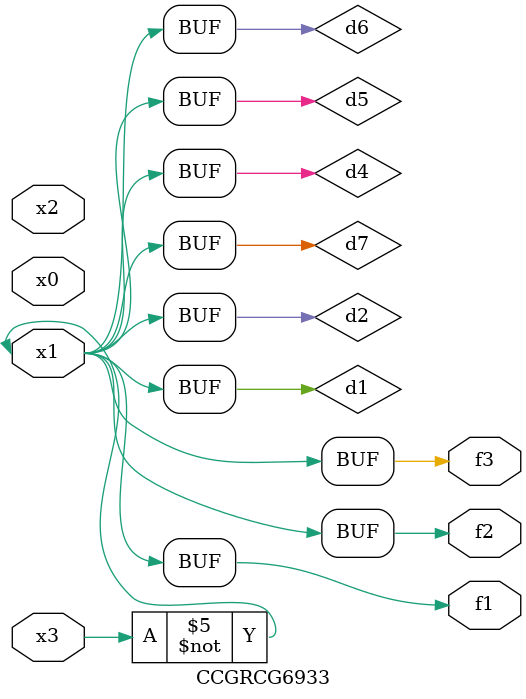
<source format=v>
module CCGRCG6933(
	input x0, x1, x2, x3,
	output f1, f2, f3
);

	wire d1, d2, d3, d4, d5, d6, d7;

	not (d1, x3);
	buf (d2, x1);
	xnor (d3, d1, d2);
	nor (d4, d1);
	buf (d5, d1, d2);
	buf (d6, d4, d5);
	nand (d7, d4);
	assign f1 = d6;
	assign f2 = d7;
	assign f3 = d6;
endmodule

</source>
